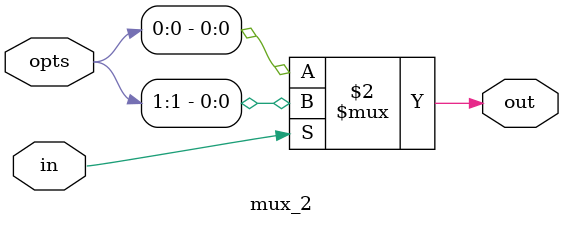
<source format=sv>
module mux_2(in, opts, out);

	input wire in;
	input wire [1:0] opts;
	output logic out;

	always_comb begin
		out = in ? opts[1] : opts[0];
	end

endmodule

</source>
